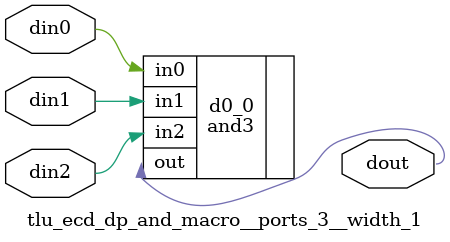
<source format=v>
module tlu_ecd_dp (
  data_in, 
  ecc_in, 
  cerer_ce, 
  cerer_ue, 
  syndrome, 
  cecc_err, 
  uecc_err, 
  uecc_err_);
wire [67:0] d;
wire [7:0] e;
wire [37:0] check0_bus;
wire check0_4;
wire check0_3;
wire check0_2;
wire check0_1;
wire check0_0;
wire c0;
wire [37:0] check1_bus;
wire check1_4;
wire check1_3;
wire check1_2;
wire check1_1;
wire check1_0;
wire c1;
wire [35:0] check2_bus;
wire check2_4;
wire check2_3;
wire check2_2;
wire check2_1;
wire check2_0;
wire c2;
wire [35:0] check3_bus;
wire check3_4;
wire check3_3;
wire check3_2;
wire check3_1;
wire check3_0;
wire c3;
wire [31:0] check4_bus;
wire c4;
wire [31:0] check5_bus;
wire c5;
wire [11:0] check6_bus;
wire c6;
wire [74:0] check7_bus;
wire check7_4;
wire check7_3;
wire check7_2;
wire check7_1;
wire check7_0;
wire c7;
wire [7:7] e_;
wire c7_;
wire parity_incorrect;
wire parity_correct;
wire ecc_err_0;
wire ecc_err_1;
wire ecc_err_2;
wire ecc_err;



input	[67:0]	data_in;	// Used for generation and checking
input	[7:0]	ecc_in;		// Used for checking only
input		cerer_ce;
input		cerer_ue;

output	[7:0]	syndrome;	// Used for generation and checking
output		cecc_err;	// Used for checking only; unused for gen
output		uecc_err;	// Used for checking only; unused for gen
output		uecc_err_;	// Used for checking only; unused for gen



//////////////////////////////////////////////////////////////////////////////

// Position	Binary	
//	 1	0000001	C0
//	 2	0000010	C1
//	 3	0000011	D0
//
//	 4	0000100	C2
//	 5	0000101	D1
//	 6	0000110	D2
//	 7	0000111	D3
//			
//	 8 	0001000	C3
//	 9	0001001	D4
//	10	0001010	D5
//	11	0001011 D6
//	12	0001100	D7
//	...		...
//	15	0001111	D10
//			
//	16	0010000	C4
//	17	0010001	D11
//	...		...
//	20	0010100 D14
//	...		...
//	24	0011000	D18
//	...		...
//	28	0011100	D22
//	...		...
//	31	0011111	D25
//			
//	32	0100000	C5
//	33	0100001	D26
//	...		...
//	36	0100100	D29
//	...		...
//	40	0101000	D33
//	...		...
//	44	0101100	D37
//	...		...
//	48	0110000	D41
//	...		...
//	52	0110100	D45
//	...		...
//	56	0111000	D49
//	...		...
//	60	0111100	D53
//	...		...
//	63	0111111	D56
//			
//	64	1000000	C6
//	65	1000001	D57
//	...		...
//	68	1000100	D60
//	...		...
//	72	1001000	D64
//	73	1001001	D65
//	74	1001010	D66
//	75	1001011	D67
//			
//	76	1001100	C7

assign d[67:0] = 
       data_in[67:0];
assign e[7:0] =
       ecc_in[7:0];



// All odd positions (LSB of position set)
assign check0_bus[37:0] = 
	{d[67], d[65], d[63], d[61], d[59], d[57], 
	 d[56], d[54], d[52], d[50], d[48], d[46], d[44], d[42], 
	 d[40], d[38], d[36], d[34], d[32], d[30], d[28], d[26], 
	 d[25], d[23], d[21], d[19], d[17], d[15], d[13], d[11], 
	 d[10], d[8], d[6], d[4], 
	 d[3], d[1],
	 d[0], 
	 e[0]};

tlu_ecd_dp_prty_macro__width_8 check0_4_pty  (
	.din	(check0_bus	[37:30]	),
	.dout	(check0_4		)
);

tlu_ecd_dp_prty_macro__width_8 check0_3_pty  (
	.din	(check0_bus	[29:22]	),
	.dout	(check0_3		)
);

tlu_ecd_dp_prty_macro__width_8 check0_2_pty  (
	.din	(check0_bus	[21:14]	),
	.dout	(check0_2		)
);

tlu_ecd_dp_prty_macro__width_8 check0_1_pty  (
	.din	(check0_bus	[13:6]	),
	.dout	(check0_1		)
);

tlu_ecd_dp_prty_macro__width_8 check0_0_pty  (
	.din	({check0_bus	[5:0],
		  {2 {1'b0}}	       }),
	.dout	(check0_0		)
);

tlu_ecd_dp_prty_macro__width_8 check0_pty  (
	.din	({check0_4	       ,
		  check0_3	       ,
		  check0_2	       ,
		  check0_1	       ,
		  check0_0	       ,
		  {3 {1'b0}}	       }),
	.dout	(c0			)
);



// All positions with secondmost LSB set
assign check1_bus[37:0] =
       {d[67:66], d[63:62], d[59:58], 
        d[56:55], d[52:51], d[48:47], d[44:43],
        d[40:39], d[36:35], d[32:31], d[28:27],
        d[25:24], d[21:20], d[17:16], d[13:12],
        d[10:9], d[6:5], 
        d[3:2],
        d[0],
        e[1]};

tlu_ecd_dp_prty_macro__width_8 check1_4_pty  (
	.din	(check1_bus	[37:30]	),
	.dout	(check1_4		)
);

tlu_ecd_dp_prty_macro__width_8 check1_3_pty  (
	.din	(check1_bus	[29:22]	),
	.dout	(check1_3		)
);

tlu_ecd_dp_prty_macro__width_8 check1_2_pty  (
	.din	(check1_bus	[21:14]	),
	.dout	(check1_2		)
);

tlu_ecd_dp_prty_macro__width_8 check1_1_pty  (
	.din	(check1_bus	[13:6]	),
	.dout	(check1_1		)
);

tlu_ecd_dp_prty_macro__width_8 check1_0_pty  (
	.din	({check1_bus	[5:0],
		  {2 {1'b0}}	       }),
	.dout	(check1_0		)
);

tlu_ecd_dp_prty_macro__width_8 check1_pty  (
	.din	({check1_0	       ,
		  check1_1	       ,
		  check1_2	       ,
		  check1_3	       ,
		  check1_4	       ,
		  {3 {1'b0}}	       }),
	.dout	(c1			)
);



// All positions with thirdmost LSB set
assign check2_bus[35:0] =
       {d[63:60],
        d[56:53], d[48:45], d[40:37], d[32:29], 
        d[25:22], d[17:14],
        d[10:7],
        d[3:1],
	e[2]};

tlu_ecd_dp_prty_macro__width_8 check2_4_pty  (
	.din	({1'b0,
		  check2_bus	[35:29]}),
	.dout	(check2_4		)
);

tlu_ecd_dp_prty_macro__width_8 check2_3_pty  (
	.din	(check2_bus	[28:21]	),
	.dout	(check2_3		)
);

tlu_ecd_dp_prty_macro__width_8 check2_2_pty  (
	.din	(check2_bus	[20:13]	),
	.dout	(check2_2		)
);

tlu_ecd_dp_prty_macro__width_8 check2_1_pty  (
	.din	(check2_bus	[12:5]	),
	.dout	(check2_1		)
);

tlu_ecd_dp_prty_macro__width_8 check2_0_pty  (
	.din	({check2_bus	[4:0],
		  {3 {1'b0}}	       }),
	.dout	(check2_0		)
);

tlu_ecd_dp_prty_macro__width_8 check2_pty  (
	.din	({check2_0	       ,
		  check2_1	       ,
		  check2_2	       ,
		  check2_3	       ,
		  check2_4	       ,
		  {3 {1'b0}}	       }),
	.dout	(c2			)
);



// All positions with fourthmost LSB set
assign check3_bus[35:0] =
       {d[67:64],
        d[56:49], d[40:33], 
        d[25:18],
        d[10:4],
	e[3]};

tlu_ecd_dp_prty_macro__width_8 check3_4_pty  (
	.din	({{1 {1'b0}}	       ,
		  check3_bus	[35:29]}),
	.dout	(check3_4		)
);

tlu_ecd_dp_prty_macro__width_8 check3_3_pty  (
	.din	(check3_bus	[28:21]	),
	.dout	(check3_3		)
);

tlu_ecd_dp_prty_macro__width_8 check3_2_pty  (
	.din	(check3_bus	[20:13]	),
	.dout	(check3_2		)
);

tlu_ecd_dp_prty_macro__width_8 check3_1_pty  (
	.din	(check3_bus	[12:5]	),
	.dout	(check3_1		)
);

tlu_ecd_dp_prty_macro__width_8 check3_0_pty  (
	.din	({check3_bus	[4:0],
		  {3 {1'b0}}	       }),
	.dout	(check3_0		)
);

tlu_ecd_dp_prty_macro__width_8 check3_pty  (
	.din	({check3_0	       ,
		  check3_1	       ,
		  check3_2	       ,
		  check3_3	       ,
		  check3_4	       ,
		  {3 {1'b0}}	       }),
	.dout	(c3			)
);


// All positions with fifthmost LSB set
assign check4_bus[31:0] =
       {d[56:41],
        d[25:11],
	e[4]};

tlu_ecd_dp_prty_macro__width_32 check4_pty  (
	.din	(check4_bus	[31:0]	),
	.dout	(c4			)
);



// All positions with sixthmost LSB set
assign check5_bus[31:0] =
       {d[56:26], 
	e[5]};

tlu_ecd_dp_prty_macro__width_32 check5_pty  (
	.din	(check5_bus	[31:0]	),
	.dout	(c5			)
);



// All positions with seventhmost LSB set
assign check6_bus[11:0] =
       {d[67:57],
	e[6]};

tlu_ecd_dp_prty_macro__width_16 check6_pty  (
	.din	({{4 {1'b0}}	       ,
		  check6_bus	[11:0]}),
	.dout	(c6			)
);



// Parity of the whole word (including ECC bits)
// Then xnor with e[07] to check the parity
// (or in this case, xor with e[07] to get miscompare)
assign check7_bus[74:0] =
      {d[67:0], e[6:0]};

tlu_ecd_dp_prty_macro__width_16 check7_4_pty  (
	.din	({{5 {1'b0}}	       ,
		  check7_bus	[74:64]}),
	.dout	(check7_4		)
);

tlu_ecd_dp_prty_macro__width_16 check7_3_pty  (
	.din	(check7_bus	[63:48]	),
	.dout	(check7_3		)
);

tlu_ecd_dp_prty_macro__width_16 check7_2_pty  (
	.din	(check7_bus	[47:32]	),
	.dout	(check7_2		)
);

tlu_ecd_dp_prty_macro__width_16 check7_1_pty  (
	.din	(check7_bus	[31:16]	),
	.dout	(check7_1		)
);

tlu_ecd_dp_prty_macro__width_16 check7_0_pty  (
	.din	(check7_bus	[15:0]	),
	.dout	(check7_0		)
);

tlu_ecd_dp_prty_macro__width_8 check7_inv_pty  (
	.din	({{2 {1'b0}}	      ,
		  e		[7   ],
		  check7_0	       ,
		  check7_1	       ,
		  check7_2	       ,
		  check7_3	       ,
		  check7_4	       }),
	.dout	(c7			)
);

tlu_ecd_dp_inv_macro__width_1 e7_inv  (
	.din	(e		[7   ]	),
	.dout	(e_		[7   ]	)
);

tlu_ecd_dp_prty_macro__width_8 check7_pty  (
	.din	({{2 {1'b0}}	      ,
		  e_		[7   ],
		  check7_0	       ,
		  check7_1	       ,
		  check7_2	       ,
		  check7_3	       ,
		  check7_4	       }),
	.dout	(c7_			)
);

assign parity_incorrect =
       c7;

assign parity_correct =
       c7_;


assign syndrome[7:0] = 
       {c7, c6, c5, c4, c3, c2, c1, c0};



// If the syndrome is zero and overall parity is correct, then no errors

// If overall parity is incorrect, then correctable
//assign cecc_err =
//       c7;
// If overall parity is correct and the syndrome is nonzero, then uncorrectable
//assign uecc_err =
//       (| ecc_out[06:00]) & ~c7;
// Also need to factor in CERER bits

tlu_ecd_dp_nor_macro__ports_3__width_1 ecc_err_2_nor   (
	.din0	(syndrome	[6]	),
	.din1	(syndrome	[5]	),
	.din2	(syndrome	[4]	),
	.dout	(ecc_err_0		)
);

tlu_ecd_dp_nor_macro__ports_2__width_1 ecc_err_1_nor   (
	.din0	(syndrome	[3]	),
	.din1	(syndrome	[2]	),
	.dout	(ecc_err_1		)
);

tlu_ecd_dp_nor_macro__ports_2__width_1 ecc_err_0_nor   (
	.din0	(syndrome	[1]	),
	.din1	(syndrome	[0]	),
	.dout	(ecc_err_2		)
);

tlu_ecd_dp_nand_macro__ports_3__width_1 ecc_err_nand   (
	.din0	(ecc_err_0		),
	.din1	(ecc_err_1		),
	.din2	(ecc_err_2		),
	.dout	(ecc_err		)
);

tlu_ecd_dp_and_macro__ports_2__width_1 cecc_err_and   (
 	.din0	(parity_incorrect	),
 	.din1	(cerer_ce		),
	.dout	(cecc_err		)
);

tlu_ecd_dp_and_macro__ports_3__width_1 uecc_err_and   (
	.din0	(ecc_err		),
 	.din1	(parity_correct		),
 	.din2	(cerer_ue		),
	.dout	(uecc_err		)
);

tlu_ecd_dp_nand_macro__ports_3__width_1 uecc_err_nand   (
	.din0	(ecc_err		),
 	.din1	(parity_correct		),
 	.din2	(cerer_ue		),
	.dout	(uecc_err_		)
);


supply0 vss; // <- port for ground
supply1 vdd; // <- port for power

endmodule



//
//   parity macro (even parity)
//
//





module tlu_ecd_dp_prty_macro__width_8 (
  din, 
  dout);
  input [7:0] din;
  output dout;







prty #(8)  m0_0 (
.in(din[7:0]),
.out(dout)
);










endmodule





//
//   parity macro (even parity)
//
//





module tlu_ecd_dp_prty_macro__width_32 (
  din, 
  dout);
  input [31:0] din;
  output dout;







prty #(32)  m0_0 (
.in(din[31:0]),
.out(dout)
);










endmodule





//
//   parity macro (even parity)
//
//





module tlu_ecd_dp_prty_macro__width_16 (
  din, 
  dout);
  input [15:0] din;
  output dout;







prty #(16)  m0_0 (
.in(din[15:0]),
.out(dout)
);










endmodule





//
//   invert macro
//
//





module tlu_ecd_dp_inv_macro__width_1 (
  din, 
  dout);
  input [0:0] din;
  output [0:0] dout;






inv #(1)  d0_0 (
.in(din[0:0]),
.out(dout[0:0])
);









endmodule





//
//   nor macro for ports = 2,3
//
//





module tlu_ecd_dp_nor_macro__ports_3__width_1 (
  din0, 
  din1, 
  din2, 
  dout);
  input [0:0] din0;
  input [0:0] din1;
  input [0:0] din2;
  output [0:0] dout;






nor3 #(1)  d0_0 (
.in0(din0[0:0]),
.in1(din1[0:0]),
.in2(din2[0:0]),
.out(dout[0:0])
);







endmodule





//
//   nor macro for ports = 2,3
//
//





module tlu_ecd_dp_nor_macro__ports_2__width_1 (
  din0, 
  din1, 
  dout);
  input [0:0] din0;
  input [0:0] din1;
  output [0:0] dout;






nor2 #(1)  d0_0 (
.in0(din0[0:0]),
.in1(din1[0:0]),
.out(dout[0:0])
);







endmodule





//
//   nand macro for ports = 2,3,4
//
//





module tlu_ecd_dp_nand_macro__ports_3__width_1 (
  din0, 
  din1, 
  din2, 
  dout);
  input [0:0] din0;
  input [0:0] din1;
  input [0:0] din2;
  output [0:0] dout;






nand3 #(1)  d0_0 (
.in0(din0[0:0]),
.in1(din1[0:0]),
.in2(din2[0:0]),
.out(dout[0:0])
);









endmodule





//  
//   and macro for ports = 2,3,4
//
//





module tlu_ecd_dp_and_macro__ports_2__width_1 (
  din0, 
  din1, 
  dout);
  input [0:0] din0;
  input [0:0] din1;
  output [0:0] dout;






and2 #(1)  d0_0 (
.in0(din0[0:0]),
.in1(din1[0:0]),
.out(dout[0:0])
);









endmodule





//  
//   and macro for ports = 2,3,4
//
//





module tlu_ecd_dp_and_macro__ports_3__width_1 (
  din0, 
  din1, 
  din2, 
  dout);
  input [0:0] din0;
  input [0:0] din1;
  input [0:0] din2;
  output [0:0] dout;






and3 #(1)  d0_0 (
.in0(din0[0:0]),
.in1(din1[0:0]),
.in2(din2[0:0]),
.out(dout[0:0])
);









endmodule





</source>
